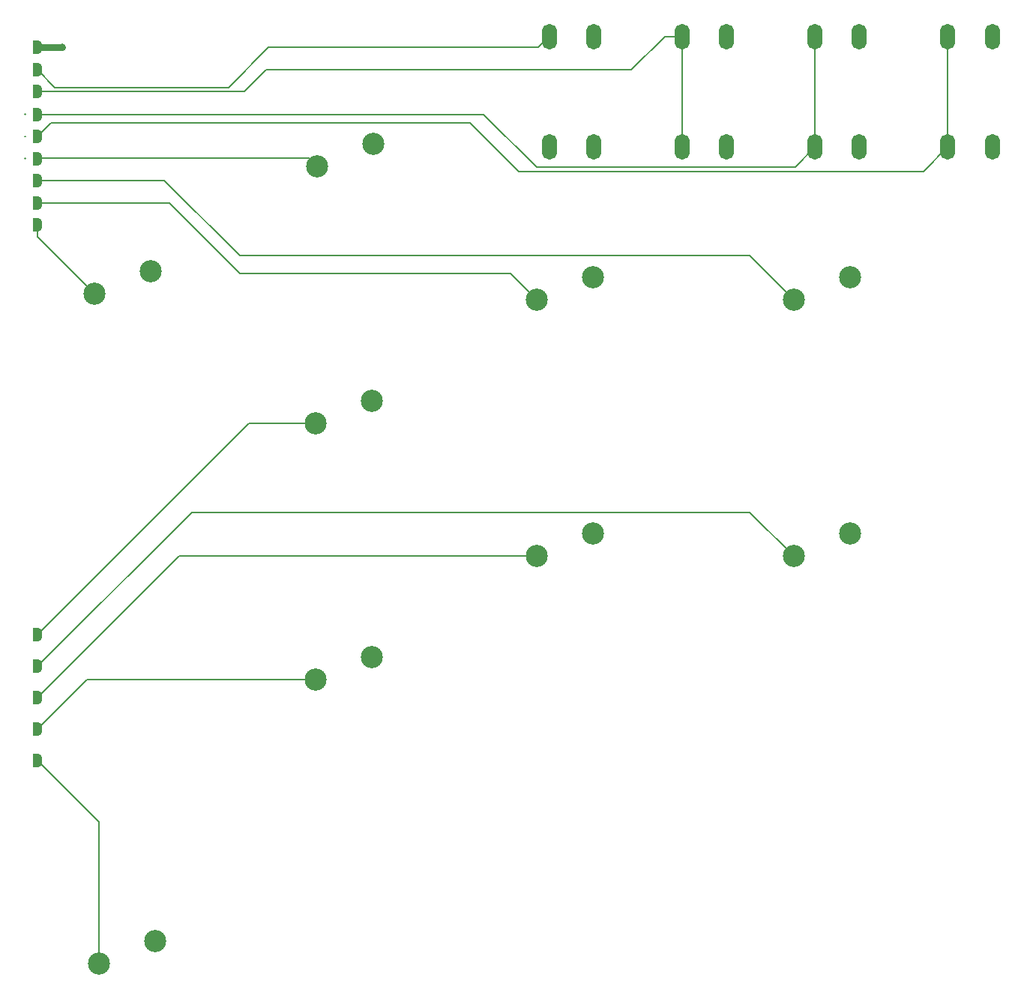
<source format=gbr>
%TF.GenerationSoftware,KiCad,Pcbnew,8.0.4*%
%TF.CreationDate,2024-07-23T17:58:48-07:00*%
%TF.ProjectId,2board_b,32626f61-7264-45f6-922e-6b696361645f,rev?*%
%TF.SameCoordinates,Original*%
%TF.FileFunction,Copper,L1,Top*%
%TF.FilePolarity,Positive*%
%FSLAX46Y46*%
G04 Gerber Fmt 4.6, Leading zero omitted, Abs format (unit mm)*
G04 Created by KiCad (PCBNEW 8.0.4) date 2024-07-23 17:58:48*
%MOMM*%
%LPD*%
G01*
G04 APERTURE LIST*
G04 Aperture macros list*
%AMFreePoly0*
4,1,19,0.000000,0.744911,0.071157,0.744911,0.207708,0.704816,0.327430,0.627875,0.420627,0.520320,0.479746,0.390866,0.500000,0.250000,0.500000,-0.250000,0.479746,-0.390866,0.420627,-0.520320,0.327430,-0.627875,0.207708,-0.704816,0.071157,-0.744911,0.000000,-0.744911,0.000000,-0.750000,-0.500000,-0.750000,-0.500000,0.750000,0.000000,0.750000,0.000000,0.744911,0.000000,0.744911,
$1*%
G04 Aperture macros list end*
%TA.AperFunction,SMDPad,CuDef*%
%ADD10FreePoly0,0.000000*%
%TD*%
%TA.AperFunction,ComponentPad*%
%ADD11C,2.500000*%
%TD*%
%TA.AperFunction,ComponentPad*%
%ADD12O,1.700000X2.900000*%
%TD*%
%TA.AperFunction,ViaPad*%
%ADD13C,0.800000*%
%TD*%
%TA.AperFunction,Conductor*%
%ADD14C,0.800000*%
%TD*%
%TA.AperFunction,Conductor*%
%ADD15C,0.150000*%
%TD*%
%TA.AperFunction,Conductor*%
%ADD16C,0.200000*%
%TD*%
G04 APERTURE END LIST*
D10*
%TO.P,JP12,2,B*%
%TO.N,/Buttons/B2*%
X95315000Y-97480000D03*
%TD*%
%TO.P,JP2,2,B*%
%TO.N,/Buttons/S2*%
X95315000Y-26500000D03*
%TD*%
%TO.P,JP14,2,B*%
%TO.N,/Buttons/SPACE*%
X95315000Y-104580000D03*
%TD*%
%TO.P,JP11,2,B*%
%TO.N,/Buttons/R2*%
X95315000Y-93930000D03*
%TD*%
%TO.P,JP9,2,B*%
%TO.N,/Buttons/L3*%
X95315000Y-44050000D03*
%TD*%
%TO.P,JP6,2,B*%
%TO.N,/Buttons/L1*%
X95315000Y-36550000D03*
%TD*%
%TO.P,JP4,2,B*%
%TO.N,/Buttons/A1*%
X95315000Y-31550000D03*
%TD*%
%TO.P,JP5,2,B*%
%TO.N,/Buttons/A2*%
X95315000Y-34050000D03*
%TD*%
%TO.P,JP8,2,B*%
%TO.N,/Buttons/B4*%
X95315000Y-41550000D03*
%TD*%
%TO.P,JP1,2,B*%
%TO.N,GND*%
X95315000Y-24000000D03*
%TD*%
%TO.P,JP13,2,B*%
%TO.N,/Buttons/B1*%
X95315000Y-101030000D03*
%TD*%
%TO.P,JP7,2,B*%
%TO.N,/Buttons/R1*%
X95315000Y-39050000D03*
%TD*%
%TO.P,JP3,2,B*%
%TO.N,/Buttons/S1*%
X95315000Y-29000000D03*
%TD*%
%TO.P,JP10,2,B*%
%TO.N,/Buttons/B3*%
X95315000Y-90380000D03*
%TD*%
D11*
%TO.P,SW3_MK1,1,1*%
%TO.N,/Buttons/B2*%
X151718943Y-81460000D03*
%TO.P,SW3_MK1,2,2*%
%TO.N,GND*%
X158068943Y-78920000D03*
%TD*%
%TO.P,SW4_LP1,1,1*%
%TO.N,/Buttons/B3*%
X126718943Y-66460000D03*
%TO.P,SW4_LP1,2,2*%
%TO.N,GND*%
X133068943Y-63920000D03*
%TD*%
%TO.P,SW6_DI1,1,1*%
%TO.N,/Buttons/L1*%
X126899257Y-37460561D03*
%TO.P,SW6_DI1,2,2*%
%TO.N,GND*%
X133249257Y-34920561D03*
%TD*%
D12*
%TO.P,SW11_START1,1,1*%
%TO.N,/Buttons/S2*%
X153125000Y-35250000D03*
X153125000Y-22750000D03*
%TO.P,SW11_START1,2,2*%
%TO.N,GND*%
X158125000Y-35250000D03*
X158125000Y-22750000D03*
%TD*%
%TO.P,SW15_TOUCHPAD1,1,1*%
%TO.N,/Buttons/A2*%
X198125000Y-35250000D03*
X198125000Y-22750000D03*
%TO.P,SW15_TOUCHPAD1,2,2*%
%TO.N,GND*%
X203125000Y-35250000D03*
X203125000Y-22750000D03*
%TD*%
D11*
%TO.P,SW5_MP1,1,1*%
%TO.N,/Buttons/B4*%
X151718943Y-52460000D03*
%TO.P,SW5_MP1,2,2*%
%TO.N,GND*%
X158068943Y-49920000D03*
%TD*%
D12*
%TO.P,SW14_PS1,1,1*%
%TO.N,/Buttons/A1*%
X183125000Y-35250000D03*
X183125000Y-22750000D03*
%TO.P,SW14_PS1,2,2*%
%TO.N,GND*%
X188125000Y-35250000D03*
X188125000Y-22750000D03*
%TD*%
D11*
%TO.P,SW2_LK1,1,1*%
%TO.N,/Buttons/B1*%
X126718943Y-95460000D03*
%TO.P,SW2_LK1,2,2*%
%TO.N,GND*%
X133068943Y-92920000D03*
%TD*%
%TO.P,SW9_HK1,1,1*%
%TO.N,/Buttons/R2*%
X180718943Y-81460000D03*
%TO.P,SW9_HK1,2,2*%
%TO.N,GND*%
X187068943Y-78920000D03*
%TD*%
%TO.P,SW12_THROW1,1,1*%
%TO.N,/Buttons/L3*%
X101700906Y-51814124D03*
%TO.P,SW12_THROW1,2,2*%
%TO.N,GND*%
X108050906Y-49274124D03*
%TD*%
D12*
%TO.P,SW10_SHARE1,1,1*%
%TO.N,/Buttons/S1*%
X168125000Y-35250000D03*
X168125000Y-22750000D03*
%TO.P,SW10_SHARE1,2,2*%
%TO.N,GND*%
X173125000Y-35250000D03*
X173125000Y-22750000D03*
%TD*%
D11*
%TO.P,SW16_SPACE1,1,1*%
%TO.N,/Buttons/SPACE*%
X102225000Y-127470000D03*
%TO.P,SW16_SPACE1,2,2*%
%TO.N,GND*%
X108575000Y-124930000D03*
%TD*%
%TO.P,SW7_HP1,1,1*%
%TO.N,/Buttons/R1*%
X180718943Y-52460000D03*
%TO.P,SW7_HP1,2,2*%
%TO.N,GND*%
X187068943Y-49920000D03*
%TD*%
D13*
%TO.N,GND*%
X98125000Y-24000000D03*
%TD*%
D14*
%TO.N,GND*%
X98125000Y-24000000D02*
X95275000Y-24000000D01*
D15*
%TO.N,/Buttons/L3*%
X95275000Y-44050000D02*
X95275000Y-45388218D01*
X95275000Y-45388218D02*
X101700906Y-51814124D01*
%TO.N,/Buttons/S2*%
X97275000Y-28500000D02*
X116875000Y-28500000D01*
X95275000Y-26500000D02*
X97275000Y-28500000D01*
X116875000Y-28500000D02*
X121375000Y-24000000D01*
X121375000Y-24000000D02*
X151875000Y-24000000D01*
X151875000Y-24000000D02*
X153125000Y-22750000D01*
%TO.N,/Buttons/S1*%
X166125000Y-22750000D02*
X168125000Y-22750000D01*
X95275000Y-29000000D02*
X118625000Y-29000000D01*
X118625000Y-29000000D02*
X121125000Y-26500000D01*
X168125000Y-22750000D02*
X168125000Y-35250000D01*
X162375000Y-26500000D02*
X166125000Y-22750000D01*
X121125000Y-26500000D02*
X162375000Y-26500000D01*
%TO.N,/Buttons/A1*%
X145704505Y-31550000D02*
X151654505Y-37500000D01*
X95275000Y-31550000D02*
X145704505Y-31550000D01*
X183125000Y-22750000D02*
X183125000Y-35250000D01*
X180875000Y-37500000D02*
X183125000Y-35250000D01*
X151654505Y-37500000D02*
X180875000Y-37500000D01*
%TO.N,/Buttons/A2*%
X198125000Y-22750000D02*
X198125000Y-35250000D01*
X96825000Y-32500000D02*
X144125000Y-32500000D01*
X195375000Y-38000000D02*
X198125000Y-35250000D01*
X149625000Y-38000000D02*
X195375000Y-38000000D01*
X144125000Y-32500000D02*
X149625000Y-38000000D01*
X95275000Y-34050000D02*
X96825000Y-32500000D01*
D16*
%TO.N,/Buttons/L1*%
X126436845Y-37460561D02*
X126899257Y-37460561D01*
D15*
X95325000Y-36500000D02*
X95275000Y-36550000D01*
X125938696Y-36500000D02*
X95325000Y-36500000D01*
X126899257Y-37460561D02*
X125938696Y-36500000D01*
%TO.N,/Buttons/R1*%
X175758943Y-47500000D02*
X118125000Y-47500000D01*
X180718943Y-52460000D02*
X175758943Y-47500000D01*
X109625000Y-39000000D02*
X95325000Y-39000000D01*
X95325000Y-39000000D02*
X95275000Y-39050000D01*
X118125000Y-47500000D02*
X109625000Y-39000000D01*
%TO.N,/Buttons/B4*%
X118127513Y-49500000D02*
X148758943Y-49500000D01*
X110177513Y-41550000D02*
X118127513Y-49500000D01*
X148758943Y-49500000D02*
X151718943Y-52460000D01*
X95275000Y-41550000D02*
X110177513Y-41550000D01*
%TO.N,/Buttons/B3*%
X126718943Y-66460000D02*
X119195000Y-66460000D01*
X119195000Y-66460000D02*
X95275000Y-90380000D01*
%TO.N,/Buttons/R2*%
X95275000Y-93930000D02*
X112705000Y-76500000D01*
X112705000Y-76500000D02*
X175758943Y-76500000D01*
X175758943Y-76500000D02*
X180718943Y-81460000D01*
%TO.N,/Buttons/B2*%
X111295000Y-81460000D02*
X95275000Y-97480000D01*
X151718943Y-81460000D02*
X111295000Y-81460000D01*
%TO.N,/Buttons/B1*%
X95275000Y-101030000D02*
X100845000Y-95460000D01*
X100845000Y-95460000D02*
X126718943Y-95460000D01*
%TO.N,/Buttons/SPACE*%
X102225000Y-127470000D02*
X102225000Y-111530000D01*
X102225000Y-111530000D02*
X95275000Y-104580000D01*
%TO.N,/Main/A1*%
X93895000Y-31500000D02*
X93945000Y-31550000D01*
%TO.N,/Main/A2*%
X93895000Y-34000000D02*
X93945000Y-34050000D01*
%TO.N,/Main/L1*%
X93945000Y-36550000D02*
X93895000Y-36500000D01*
%TD*%
M02*

</source>
